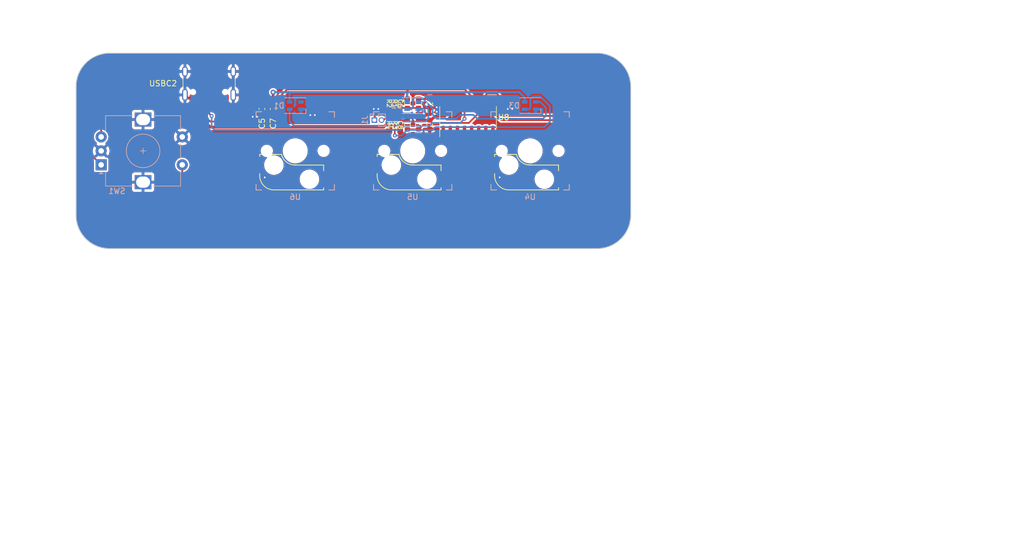
<source format=kicad_pcb>
(kicad_pcb (version 20221018) (generator pcbnew)
  (layers (0 "F.Cu" signal "Front") (31 "B.Cu" power "Back") (34 "B.Paste" user) (35 "F.Paste" user) (36 "B.SilkS" user "B.Silkscreen") (37 "F.SilkS" user "F.Silkscreen") (38 "B.Mask" user) (39 "F.Mask" user) (44 "Edge.Cuts" user))
  (net 0 "")
  (net 1 "+5V")
  (net 2 "GND")
  (net 3 "+3V3")
  (net 5 "Net-(D1-DIN)")
  (net 6 "Net-(D2-DIN)")
  (net 7 "Net-(D3-DIN)")
  (net 8 "/D+")
  (net 9 "/D-")
  (net 10 "/LED_DO")
  (net 11 "/CW")
  (net 12 "/CCW")
  (net 13 "/KEY4")
  (net 14 "/KEY1")
  (net 15 "/KEY2")
  (net 16 "/KEY3")
  (net 25 "Net-(J1-Pin_2)")
  (footprint "Resistor_SMD:R_0603_1608Metric" (layer "F.Cu") (at 159.25 112.825 90)
    (fp_text reference "R4" (at -0.025 -3.25 270 unlocked) (layer "F.SilkS") (effects (font (size 0.8 0.8))))
    (fp_text value "1k" hide)
    (fp_line (start -0.237258 -0.5225) (end 0.237258 -0.5225) (stroke (width 0.12)) (layer "F.SilkS"))
    (fp_line (start -0.237258 0.5225) (end 0.237258 0.5225) (stroke (width 0.12)) (layer "F.SilkS"))
    (pad "1" smd roundrect (at -0.825 0 90) (size 0.8 0.95) (layers "F.Cu" "F.Paste" "F.Mask") (net 10 "/LED_DO"))
    (pad "2" smd roundrect (at 0.825 0 90) (size 0.8 0.95) (layers "F.Cu" "F.Paste" "F.Mask") (net 7 "Net-(D3-DIN)"))
  )
  (footprint "Resistor_SMD:R_0603_1608Metric" (layer "F.Cu") (at 161.25 109 -90)
    (fp_text reference "R1" (at 0 4.25 -90 unlocked) (layer "F.SilkS") (effects (font (size 0.8 0.8))))
    (fp_text value "10k" hide)
    (fp_line (start -0.237258 -0.5225) (end 0.237258 -0.5225) (stroke (width 0.12)) (layer "F.SilkS"))
    (fp_line (start -0.237258 0.5225) (end 0.237258 0.5225) (stroke (width 0.12)) (layer "F.SilkS"))
    (pad "1" smd roundrect (at -0.824471 0 270) (size 0.8 0.95) (layers "F.Cu" "F.Paste" "F.Mask") (net 3 "+3V3"))
    (pad "2" smd roundrect (at 0.825 0 270) (size 0.8 0.95) (layers "F.Cu" "F.Paste" "F.Mask") (net 25 "Net-(J1-Pin_2)"))
  )
  (footprint "Package_SO:SOP-16_3.9x9.9mm_P1.27mm" (layer "F.Cu") (at 170.1 111.5 90)
    (fp_text reference "U8" (at -0.004114 6.36894 unlocked) (layer "F.SilkS"))
    (fp_text value "~" hide)
    (fp_line (start 0 -5.06) (end -3.5 -5.06) (stroke (width 0.12)) (layer "F.SilkS"))
    (fp_line (start 0 -5.06) (end 1.95 -5.06) (stroke (width 0.12)) (layer "F.SilkS"))
    (fp_line (start 0 5.06) (end -1.95 5.06) (stroke (width 0.12)) (layer "F.SilkS"))
    (fp_line (start 0 5.06) (end 1.95 5.06) (stroke (width 0.12)) (layer "F.SilkS"))
    (pad "1" smd roundrect (at -2.5 -4.445 90) (size 2 0.6) (layers "F.Cu" "F.Paste" "F.Mask"))
    (pad "2" smd roundrect (at -2.5 -3.175 90) (size 2 0.6) (layers "F.Cu" "F.Paste" "F.Mask"))
    (pad "3" smd roundrect (at -2.5 -1.905 90) (size 2 0.6) (layers "F.Cu" "F.Paste" "F.Mask"))
    (pad "4" smd roundrect (at -2.5 -0.635 90) (size 2 0.6) (layers "F.Cu" "F.Paste" "F.Mask") (net 16 "/KEY3"))
    (pad "5" smd roundrect (at -2.5 0.635 90) (size 2 0.6) (layers "F.Cu" "F.Paste" "F.Mask") (net 15 "/KEY2"))
    (pad "6" smd roundrect (at -2.5 1.905 90) (size 2 0.6) (layers "F.Cu" "F.Paste" "F.Mask"))
    (pad "7" smd roundrect (at -2.5 3.175 90) (size 2 0.6) (layers "F.Cu" "F.Paste" "F.Mask") (net 11 "/CW"))
    (pad "8" smd roundrect (at -2.5 4.445 90) (size 2 0.6) (layers "F.Cu" "F.Paste" "F.Mask") (net 12 "/CCW"))
    (pad "9" smd roundrect (at 2.5 4.445 90) (size 2 0.6) (layers "F.Cu" "F.Paste" "F.Mask") (net 14 "/KEY1"))
    (pad "10" smd roundrect (at 2.5 3.175 90) (size 2 0.6) (layers "F.Cu" "F.Paste" "F.Mask") (net 13 "/KEY4"))
    (pad "11" smd roundrect (at 2.5 1.905 90) (size 2 0.6) (layers "F.Cu" "F.Paste" "F.Mask") (net 10 "/LED_DO"))
    (pad "12" smd roundrect (at 2.5 0.635 90) (size 2 0.6) (layers "F.Cu" "F.Paste" "F.Mask") (net 8 "/D+"))
    (pad "13" smd roundrect (at 2.5 -0.635 90) (size 2 0.6) (layers "F.Cu" "F.Paste" "F.Mask") (net 9 "/D-"))
    (pad "14" smd roundrect (at 2.5 -1.905 90) (size 2 0.6) (layers "F.Cu" "F.Paste" "F.Mask") (net 2 "GND"))
    (pad "15" smd roundrect (at 2.5 -3.175 90) (size 2 0.6) (layers "F.Cu" "F.Paste" "F.Mask") (net 1 "+5V"))
    (pad "16" smd roundrect (at 2.5 -4.445 90) (size 2 0.6) (layers "F.Cu" "F.Paste" "F.Mask") (net 3 "+3V3"))
  )
  (footprint "Capacitor_SMD:C_0603_1608Metric" (layer "F.Cu") (at 135.25 110 -90)
    (fp_text reference "C7" (at 2.614571 -0.006711 90) (layer "F.SilkS"))
    (fp_text value "C_Small" hide)
    (fp_line (start -0.14058 -0.51) (end 0.14058 -0.51) (stroke (width 0.12)) (layer "F.SilkS"))
    (fp_line (start -0.14058 0.51) (end 0.14058 0.51) (stroke (width 0.12)) (layer "F.SilkS"))
    (pad "1" smd roundrect (at -0.775 0 270) (size 0.9 0.95) (layers "F.Cu" "F.Paste" "F.Mask") (net 1 "+5V"))
    (pad "2" smd roundrect (at 0.775 0 270) (size 0.9 0.95) (layers "F.Cu" "F.Paste" "F.Mask") (net 2 "GND"))
  )
  (footprint "Capacitor_SMD:C_0603_1608Metric" (layer "F.Cu") (at 133.25 110 -90)
    (fp_text reference "C5" (at 2.614571 -0.006711 90) (layer "F.SilkS"))
    (fp_text value "C_Small" hide)
    (fp_line (start -0.14058 -0.51) (end 0.14058 -0.51) (stroke (width 0.12)) (layer "F.SilkS"))
    (fp_line (start -0.14058 0.51) (end 0.14058 0.51) (stroke (width 0.12)) (layer "F.SilkS"))
    (pad "1" smd roundrect (at -0.775 0 270) (size 0.9 0.95) (layers "F.Cu" "F.Paste" "F.Mask") (net 1 "+5V"))
    (pad "2" smd roundrect (at 0.775 0 270) (size 0.9 0.95) (layers "F.Cu" "F.Paste" "F.Mask") (net 2 "GND"))
  )
  (footprint "Resistor_SMD:R_0603_1608Metric" (layer "F.Cu") (at 161.25 112.825 -90)
    (fp_text reference "R3" (at 0.025 4.25 -90 unlocked) (layer "F.SilkS") (effects (font (size 0.8 0.8))))
    (fp_text value "10k" hide)
    (fp_line (start -0.237258 -0.5225) (end 0.237258 -0.5225) (stroke (width 0.12)) (layer "F.SilkS"))
    (fp_line (start -0.237258 0.5225) (end 0.237258 0.5225) (stroke (width 0.12)) (layer "F.SilkS"))
    (pad "1" smd roundrect (at -0.824471 0 270) (size 0.8 0.95) (layers "F.Cu" "F.Paste" "F.Mask") (net 1 "+5V"))
    (pad "2" smd roundrect (at 0.825 0 270) (size 0.8 0.95) (layers "F.Cu" "F.Paste" "F.Mask") (net 10 "/LED_DO"))
  )
  (footprint "Capacitor_SMD:C_0603_1608Metric" (layer "F.Cu") (at 163.25 112.825 -90)
    (fp_text reference "C8" (at 0.025 5.25 -90 unlocked) (layer "F.SilkS") (effects (font (size 0.8 0.8))))
    (fp_text value "C_Small" hide)
    (fp_line (start -0.14058 -0.51) (end 0.14058 -0.51) (stroke (width 0.12)) (layer "F.SilkS"))
    (fp_line (start -0.14058 0.51) (end 0.14058 0.51) (stroke (width 0.12)) (layer "F.SilkS"))
    (pad "1" smd roundrect (at -0.827389 0 270) (size 0.9 0.95) (layers "F.Cu" "F.Paste" "F.Mask") (net 1 "+5V"))
    (pad "2" smd roundrect (at 0.775 0 270) (size 0.9 0.95) (layers "F.Cu" "F.Paste" "F.Mask") (net 2 "GND"))
  )
  (footprint "Capacitor_SMD:C_0603_1608Metric" (layer "F.Cu") (at 163.25 109 -90)
    (fp_text reference "C6" (at 0 5.25 -90 unlocked) (layer "F.SilkS") (effects (font (size 0.8 0.8))))
    (fp_text value "C_Small" hide)
    (fp_line (start -0.14058 -0.51) (end 0.14058 -0.51) (stroke (width 0.12)) (layer "F.SilkS"))
    (fp_line (start -0.14058 0.51) (end 0.14058 0.51) (stroke (width 0.12)) (layer "F.SilkS"))
    (pad "1" smd roundrect (at -0.828381 0 270) (size 0.9 0.95) (layers "F.Cu" "F.Paste" "F.Mask") (net 3 "+3V3"))
    (pad "2" smd roundrect (at 0.775 0 270) (size 0.9 0.95) (layers "F.Cu" "F.Paste" "F.Mask") (net 2 "GND"))
  )
  (footprint "Connector_USB:USB_C_Receptacle_GCT_USB4105-xx-A_16P_TopMnt_Horizontal" (layer "F.Cu") (at 123.8 104.369487 180)
    (fp_text reference "USBC2" (at 8.234781 -1.066602 180) (layer "F.SilkS"))
    (fp_text value "USB_C_Receptacle_USB2.0" hide)
    (fp_line (start -4.67 -0.1) (end -4.67 -1.8) (stroke (width 0.12)) (layer "F.SilkS"))
    (fp_line (start 4.67 -0.1) (end 4.67 -1.8) (stroke (width 0.12)) (layer "F.SilkS"))
    (pad "" np_thru_hole circle (at -2.89 -2.605 180) (size 0.65 0.65) (drill 0.65) (layers "F&B.Cu" "*.Mask"))
    (pad "" np_thru_hole circle (at 2.89 -2.605 180) (size 0.65 0.65) (drill 0.65) (layers "F&B.Cu" "*.Mask"))
    (pad "A1" smd roundrect (at -3.2 -3.68 180) (size 0.6 1.15) (layers "F.Cu" "F.Paste" "F.Mask") (net 2 "GND"))
    (pad "A4" smd roundrect (at -2.4 -3.68 180) (size 0.6 1.15) (layers "F.Cu" "F.Paste" "F.Mask") (net 1 "+5V"))
    (pad "A5" smd roundrect (at -1.25 -3.68 180) (size 0.3 1.15) (layers "F.Cu" "F.Paste" "F.Mask"))
    (pad "A6" smd roundrect (at -0.25 -3.68 180) (size 0.3 1.15) (layers "F.Cu" "F.Paste" "F.Mask") (net 8 "/D+"))
    (pad "A7" smd roundrect (at 0.25 -3.68 180) (size 0.3 1.15) (layers "F.Cu" "F.Paste" "F.Mask") (net 9 "/D-"))
    (pad "A8" smd roundrect (at 1.25 -3.68 180) (size 0.3 1.15) (layers "F.Cu" "F.Paste" "F.Mask"))
    (pad "A9" smd roundrect (at 2.4 -3.68 180) (size 0.6 1.15) (layers "F.Cu" "F.Paste" "F.Mask") (net 1 "+5V"))
    (pad "A12" smd roundrect (at 3.2 -3.68 180) (size 0.6 1.15) (layers "F.Cu" "F.Paste" "F.Mask") (net 2 "GND"))
    (pad "B1" smd roundrect (at 3.2 -3.68 180) (size 0.6 1.15) (layers "F.Cu" "F.Paste" "F.Mask") (net 2 "GND"))
    (pad "B4" smd roundrect (at 2.4 -3.68 180) (size 0.6 1.15) (layers "F.Cu" "F.Paste" "F.Mask") (net 1 "+5V"))
    (pad "B5" smd roundrect (at 1.75 -3.68 180) (size 0.3 1.15) (layers "F.Cu" "F.Paste" "F.Mask"))
    (pad "B6" smd roundrect (at 0.75 -3.68 180) (size 0.3 1.15) (layers "F.Cu" "F.Paste" "F.Mask") (net 8 "/D+"))
    (pad "B7" smd roundrect (at -0.75 -3.68 180) (size 0.3 1.15) (layers "F.Cu" "F.Paste" "F.Mask") (net 9 "/D-"))
    (pad "B8" smd roundrect (at -1.75 -3.68 180) (size 0.3 1.15) (layers "F.Cu" "F.Paste" "F.Mask"))
    (pad "B9" smd roundrect (at -2.4 -3.68 180) (size 0.6 1.15) (layers "F.Cu" "F.Paste" "F.Mask") (net 1 "+5V"))
    (pad "B12" smd roundrect (at -3.2 -3.68 180) (size 0.6 1.15) (layers "F.Cu" "F.Paste" "F.Mask") (net 2 "GND"))
    (pad "S1" thru_hole oval (at -4.32 -3.105 180) (size 1 2.1) (drill oval 0.6 1.7) (layers "*.Cu" "*.Mask" "F.Paste") (net 2 "GND"))
    (pad "S1" thru_hole oval (at -4.32 1.075 180) (size 1 1.8) (drill oval 0.6 1.4) (layers "*.Cu" "*.Mask" "F.Paste") (net 2 "GND"))
    (pad "S1" thru_hole oval (at 4.32 -3.105 180) (size 1 2.1) (drill oval 0.6 1.7) (layers "*.Cu" "*.Mask" "F.Paste") (net 2 "GND"))
    (pad "S1" thru_hole oval (at 4.32 1.075 180) (size 1 1.8) (drill oval 0.6 1.4) (layers "*.Cu" "*.Mask" "F.Paste") (net 2 "GND"))
  )
  (footprint "Resistor_SMD:R_0603_1608Metric" (layer "F.Cu") (at 159.25 109 90)
    (fp_text reference "R2" (at 0 -3.25 270 unlocked) (layer "F.SilkS") (effects (font (size 0.8 0.8))))
    (fp_text value "0" hide)
    (fp_line (start -0.237258 -0.5225) (end 0.237258 -0.5225) (stroke (width 0.12)) (layer "F.SilkS"))
    (fp_line (start -0.237258 0.5225) (end 0.237258 0.5225) (stroke (width 0.12)) (layer "F.SilkS"))
    (pad "1" smd roundrect (at -0.825 0 90) (size 0.8 0.95) (layers "F.Cu" "F.Paste" "F.Mask") (net 25 "Net-(J1-Pin_2)"))
    (pad "2" smd roundrect (at 0.825 0 90) (size 0.8 0.95) (layers "F.Cu" "F.Paste" "F.Mask") (net 8 "/D+"))
  )
  (footprint "keyswitches:Kailh_socket_MX" (layer "B.Cu") (at 160.2 117.5)
    (fp_text reference "U5" (at 0 8.255) (layer "B.SilkS") (effects (justify mirror)))
    (fp_text value "Kailh_socket_MX" hide)
    (fp_line (start -7 -7) (end -7 -6) (stroke (width 0.15)) (layer "B.SilkS"))
    (fp_line (start -7 -7) (end -6 -7) (stroke (width 0.15)) (layer "B.SilkS"))
    (fp_line (start -7 6) (end -7 7) (stroke (width 0.15)) (layer "B.SilkS"))
    (fp_line (start -6 7) (end -7 7) (stroke (width 0.15)) (layer "B.SilkS"))
    (fp_line (start 6 -7) (end 7 -7) (stroke (width 0.15)) (layer "B.SilkS"))
    (fp_line (start 7 -6) (end 7 -7) (stroke (width 0.15)) (layer "B.SilkS"))
    (fp_line (start 7 7) (end 6 7) (stroke (width 0.15)) (layer "B.SilkS"))
    (fp_line (start 7 7) (end 7 6) (stroke (width 0.15)) (layer "B.SilkS"))
    (fp_line (start -6.35 1.016) (end -6.35 0.635) (stroke (width 0.15)) (layer "F.SilkS"))
    (fp_line (start -6.35 4.445) (end -6.35 4.064) (stroke (width 0.15)) (layer "F.SilkS"))
    (fp_line (start -5.969 0.635) (end -6.35 0.635) (stroke (width 0.15)) (layer "F.SilkS"))
    (fp_line (start -3.81 6.985) (end 5.08 6.985) (stroke (width 0.15)) (layer "F.SilkS"))
    (fp_line (start -2.464162 0.635) (end -4.191 0.635) (stroke (width 0.15)) (layer "F.SilkS"))
    (fp_line (start 5.08 2.54) (end 0 2.54) (stroke (width 0.15)) (layer "F.SilkS"))
    (fp_line (start 5.08 3.556) (end 5.08 2.54) (stroke (width 0.15)) (layer "F.SilkS"))
    (fp_line (start 5.08 6.985) (end 5.08 6.604) (stroke (width 0.15)) (layer "F.SilkS"))
    (fp_arc (start -3.81 6.985) (mid -5.606051 6.241051) (end -6.35 4.445) (stroke (width 0.15)) (layer "F.SilkS"))
    (fp_arc (start 0 2.54) (mid -1.563147 2.002042) (end -2.464162 0.61604) (stroke (width 0.15)) (layer "F.SilkS"))
    (pad "" np_thru_hole circle (at -5.08 0) (size 1.7018 1.7018) (drill 1.7018) (layers "*.Cu" "*.Mask"))
    (pad "" np_thru_hole circle (at -3.81 2.54) (size 3 3) (drill 3) (layers "*.Cu" "*.Mask"))
    (pad "" np_thru_hole circle (at 0 0) (size 3.9878 3.9878) (drill 3.9878) (layers "*.Cu" "*.Mask"))
    (pad "" np_thru_hole circle (at 2.54 5.08) (size 3 3) (drill 3) (layers "*.Cu" "*.Mask"))
    (pad "" np_thru_hole circle (at 5.08 0) (size 1.7018 1.7018) (drill 1.7018) (layers "*.Cu" "*.Mask"))
    (pad "1" smd rect (at 6.29 5.08) (size 2.55 2.5) (layers "F.Cu" "F.Paste" "F.Mask") (net 15 "/KEY2"))
    (pad "2" smd rect (at -7.56 2.54) (size 2.55 2.5) (layers "F.Cu" "F.Paste" "F.Mask") (net 2 "GND"))
  )
  (footprint "keyswitches:Kailh_socket_MX" (layer "B.Cu") (at 139.2 117.5)
    (fp_text reference "U6" (at 0 8.255) (layer "B.SilkS") (effects (justify mirror)))
    (fp_text value "Kailh_socket_MX" hide)
    (fp_line (start -7 -7) (end -7 -6) (stroke (width 0.15)) (layer "B.SilkS"))
    (fp_line (start -7 -7) (end -6 -7) (stroke (width 0.15)) (layer "B.SilkS"))
    (fp_line (start -7 6) (end -7 7) (stroke (width 0.15)) (layer "B.SilkS"))
    (fp_line (start -6 7) (end -7 7) (stroke (width 0.15)) (layer "B.SilkS"))
    (fp_line (start 6 -7) (end 7 -7) (stroke (width 0.15)) (layer "B.SilkS"))
    (fp_line (start 7 -6) (end 7 -7) (stroke (width 0.15)) (layer "B.SilkS"))
    (fp_line (start 7 7) (end 6 7) (stroke (width 0.15)) (layer "B.SilkS"))
    (fp_line (start 7 7) (end 7 6) (stroke (width 0.15)) (layer "B.SilkS"))
    (fp_line (start -6.35 1.016) (end -6.35 0.635) (stroke (width 0.15)) (layer "F.SilkS"))
    (fp_line (start -6.35 4.445) (end -6.35 4.064) (stroke (width 0.15)) (layer "F.SilkS"))
    (fp_line (start -5.969 0.635) (end -6.35 0.635) (stroke (width 0.15)) (layer "F.SilkS"))
    (fp_line (start -3.81 6.985) (end 5.08 6.985) (stroke (width 0.15)) (layer "F.SilkS"))
    (fp_line (start -2.464162 0.635) (end -4.191 0.635) (stroke (width 0.15)) (layer "F.SilkS"))
    (fp_line (start 5.08 2.54) (end 0 2.54) (stroke (width 0.15)) (layer "F.SilkS"))
    (fp_line (start 5.08 3.556) (end 5.08 2.54) (stroke (width 0.15)) (layer "F.SilkS"))
    (fp_line (start 5.08 6.985) (end 5.08 6.604) (stroke (width 0.15)) (layer "F.SilkS"))
    (fp_arc (start -3.81 6.985) (mid -5.606051 6.241051) (end -6.35 4.445) (stroke (width 0.15)) (layer "F.SilkS"))
    (fp_arc (start 0 2.54) (mid -1.563147 2.002042) (end -2.464162 0.61604) (stroke (width 0.15)) (layer "F.SilkS"))
    (pad "" np_thru_hole circle (at -5.08 0) (size 1.7018 1.7018) (drill 1.7018) (layers "*.Cu" "*.Mask"))
    (pad "" np_thru_hole circle (at -3.81 2.54) (size 3 3) (drill 3) (layers "*.Cu" "*.Mask"))
    (pad "" np_thru_hole circle (at 0 0) (size 3.9878 3.9878) (drill 3.9878) (layers "*.Cu" "*.Mask"))
    (pad "" np_thru_hole circle (at 2.54 5.08) (size 3 3) (drill 3) (layers "*.Cu" "*.Mask"))
    (pad "" np_thru_hole circle (at 5.08 0) (size 1.7018 1.7018) (drill 1.7018) (layers "*.Cu" "*.Mask"))
    (pad "1" smd rect (at 6.29 5.08) (size 2.55 2.5) (layers "F.Cu" "F.Paste" "F.Mask") (net 16 "/KEY3"))
    (pad "2" smd rect (at -7.56 2.54) (size 2.55 2.5) (layers "F.Cu" "F.Paste" "F.Mask") (net 2 "GND"))
  )
  (footprint "LED_SMD:LED_SK6805_PLCC4_2.4x2.7mm_P1.3mm" (layer "B.Cu") (at 139.2 109.4 180)
    (fp_text reference "D1" (at 2.918866 -0.010329) (layer "B.SilkS") (effects (justify mirror)))
    (fp_text value "SK6805" hide)
    (fp_line (start -1.9 -1.4) (end -1.9 -0.65) (stroke (width 0.12)) (layer "B.SilkS"))
    (fp_line (start -1.9 -1.4) (end 1.9 -1.4) (stroke (width 0.12)) (layer "B.SilkS"))
    (fp_line (start -1.9 1.4) (end 1.9 1.4) (stroke (width 0.12)) (layer "B.SilkS"))
    (pad "1" smd rect (at -1 0.65 180) (size 1 0.6) (layers "B.Cu" "B.Paste" "B.Mask"))
    (pad "2" smd rect (at -1 -0.65 180) (size 1 0.6) (layers "B.Cu" "B.Paste" "B.Mask") (net 2 "GND"))
    (pad "3" smd rect (at 1 -0.65 180) (size 1 0.6) (layers "B.Cu" "B.Paste" "B.Mask") (net 5 "Net-(D1-DIN)"))
    (pad "4" smd rect (at 1 0.65 180) (size 1 0.6) (layers "B.Cu" "B.Paste" "B.Mask") (net 1 "+5V"))
  )
  (footprint "Rotary_Encoder:RotaryEncoder_Alps_EC12E-Switch_Vertical_H20mm" (layer "B.Cu") (at 104.5 120)
    (fp_text reference "SW1" (at 2.8 4.7) (layer "B.SilkS") (effects (justify mirror)))
    (fp_text value "RotaryEncoder_Switch" hide)
    (fp_line (start -0.3 1.6) (end 0.3 1.6) (stroke (width 0.12)) (layer "B.SilkS"))
    (fp_line (start 0 1.3) (end -0.3 1.6) (stroke (width 0.12)) (layer "B.SilkS"))
    (fp_line (start 0.3 1.6) (end 0 1.3) (stroke (width 0.12)) (layer "B.SilkS"))
    (fp_line (start 0.8 -8.8) (end 0.8 -6) (stroke (width 0.12)) (layer "B.SilkS"))
    (fp_line (start 0.8 3.8) (end 0.8 1.3) (stroke (width 0.12)) (layer "B.SilkS"))
    (fp_line (start 5.6 3.8) (end 0.8 3.8) (stroke (width 0.12)) (layer "B.SilkS"))
    (fp_line (start 5.7 -8.8) (end 0.8 -8.8) (stroke (width 0.12)) (layer "B.SilkS"))
    (fp_line (start 7 -2.5) (end 8 -2.5) (stroke (width 0.12)) (layer "B.SilkS"))
    (fp_line (start 7.5 -2) (end 7.5 -3) (stroke (width 0.12)) (layer "B.SilkS"))
    (fp_line (start 9.3 3.8) (end 14.2 3.8) (stroke (width 0.12)) (layer "B.SilkS"))
    (fp_line (start 14.2 -8.8) (end 9.3 -8.8) (stroke (width 0.12)) (layer "B.SilkS"))
    (fp_line (start 14.2 -6.2) (end 14.2 -8.8) (stroke (width 0.12)) (layer "B.SilkS"))
    (fp_line (start 14.2 -1.2) (end 14.2 -3.8) (stroke (width 0.12)) (layer "B.SilkS"))
    (fp_line (start 14.2 3.8) (end 14.2 1.2) (stroke (width 0.12)) (layer "B.SilkS"))
    (fp_circle (center 7.5 -2.5) (end 10.5 -2.5) (stroke (width 0.12)) (fill none) (layer "B.SilkS"))
    (pad "A" thru_hole rect (at 0 0) (size 2 2) (drill 1) (layers "*.Cu" "*.Mask") (net 11 "/CW"))
    (pad "B" thru_hole circle (at 0 -5) (size 2 2) (drill 1) (layers "*.Cu" "*.Mask") (net 12 "/CCW"))
    (pad "C" thru_hole circle (at 0 -2.5) (size 2 2) (drill 1) (layers "*.Cu" "*.Mask") (net 2 "GND"))
    (pad "MP" thru_hole rect (at 7.5 -8.1) (size 3 2.5) (drill oval 2.5 2) (layers "*.Cu" "*.Mask") (net 2 "GND"))
    (pad "MP" thru_hole rect (at 7.5 3.1) (size 3 2.5) (drill oval 2.5 2) (layers "*.Cu" "*.Mask") (net 2 "GND"))
    (pad "S1" thru_hole circle (at 14.5 0) (size 2 2) (drill 1) (layers "*.Cu" "*.Mask") (net 13 "/KEY4"))
    (pad "S2" thru_hole circle (at 14.5 -5) (size 2 2) (drill 1) (layers "*.Cu" "*.Mask") (net 2 "GND"))
  )
  (footprint "keyswitches:Kailh_socket_MX" (layer "B.Cu") (at 181.2 117.5)
    (fp_text reference "U4" (at 0 8.255) (layer "B.SilkS") (effects (justify mirror)))
    (fp_text value "Kailh_socket_MX" hide)
    (fp_line (start -7 -7) (end -7 -6) (stroke (width 0.15)) (layer "B.SilkS"))
    (fp_line (start -7 -7) (end -6 -7) (stroke (width 0.15)) (layer "B.SilkS"))
    (fp_line (start -7 6) (end -7 7) (stroke (width 0.15)) (layer "B.SilkS"))
    (fp_line (start -6 7) (end -7 7) (stroke (width 0.15)) (layer "B.SilkS"))
    (fp_line (start 6 -7) (end 7 -7) (stroke (width 0.15)) (layer "B.SilkS"))
    (fp_line (start 7 -6) (end 7 -7) (stroke (width 0.15)) (layer "B.SilkS"))
    (fp_line (start 7 7) (end 6 7) (stroke (width 0.15)) (layer "B.SilkS"))
    (fp_line (start 7 7) (end 7 6) (stroke (width 0.15)) (layer "B.SilkS"))
    (fp_line (start -6.35 1.016) (end -6.35 0.635) (stroke (width 0.15)) (layer "F.SilkS"))
    (fp_line (start -6.35 4.445) (end -6.35 4.064) (stroke (width 0.15)) (layer "F.SilkS"))
    (fp_line (start -5.969 0.635) (end -6.35 0.635) (stroke (width 0.15)) (layer "F.SilkS"))
    (fp_line (start -3.81 6.985) (end 5.08 6.985) (stroke (width 0.15)) (layer "F.SilkS"))
    (fp_line (start -2.464162 0.635) (end -4.191 0.635) (stroke (width 0.15)) (layer "F.SilkS"))
    (fp_line (start 5.08 2.54) (end 0 2.54) (stroke (width 0.15)) (layer "F.SilkS"))
    (fp_line (start 5.08 3.556) (end 5.08 2.54) (stroke (width 0.15)) (layer "F.SilkS"))
    (fp_line (start 5.08 6.985) (end 5.08 6.604) (stroke (width 0.15)) (layer "F.SilkS"))
    (fp_arc (start -3.81 6.985) (mid -5.606051 6.241051) (end -6.35 4.445) (stroke (width 0.15)) (layer "F.SilkS"))
    (fp_arc (start 0 2.54) (mid -1.563147 2.002042) (end -2.464162 0.61604) (stroke (width 0.15)) (layer "F.SilkS"))
    (pad "" np_thru_hole circle (at -5.08 0) (size 1.7018 1.7018) (drill 1.7018) (layers "*.Cu" "*.Mask"))
    (pad "" np_thru_hole circle (at -3.81 2.54) (size 3 3) (drill 3) (layers "*.Cu" "*.Mask"))
    (pad "" np_thru_hole circle (at 0 0) (size 3.9878 3.9878) (drill 3.9878) (layers "*.Cu" "*.Mask"))
    (pad "" np_thru_hole circle (at 2.54 5.08) (size 3 3) (drill 3) (layers "*.Cu" "*.Mask"))
    (pad "" np_thru_hole circle (at 5.08 0) (size 1.7018 1.7018) (drill 1.7018) (layers "*.Cu" "*.Mask"))
    (pad "1" smd rect (at 6.29 5.08) (size 2.55 2.5) (layers "F.Cu" "F.Paste" "F.Mask") (net 14 "/KEY1"))
    (pad "2" smd rect (at -7.56 2.54) (size 2.55 2.5) (layers "F.Cu" "F.Paste" "F.Mask") (net 2 "GND"))
  )
  (footprint "Connector_PinHeader_1.27mm:PinHeader_1x02_P1.27mm_Vertical" (layer "B.Cu") (at 153.35 112 -90)
    (fp_text reference "J1" (at 0 1.695 90) (layer "B.SilkS") (effects (justify mirror)))
    (fp_text value "Conn_01x02")
    (fp_line (start -1.11 -1.965) (end -0.30753 -1.965) (stroke (width 0.12)) (layer "B.SilkS"))
    (fp_line (start -1.11 -0.76) (end -1.11 -1.965) (stroke (width 0.12)) (layer "B.SilkS"))
    (fp_line (start -1.11 -0.76) (end -0.563471 -0.76) (stroke (width 0.12)) (layer "B.SilkS"))
    (fp_line (start -1.11 0) (end -1.11 0.76) (stroke (width 0.12)) (layer "B.SilkS"))
    (fp_line (start -1.11 0.76) (end 0 0.76) (stroke (width 0.12)) (layer "B.SilkS"))
    (fp_line (start 0.30753 -1.965) (end 1.11 -1.965) (stroke (width 0.12)) (layer "B.SilkS"))
    (fp_line (start 0.563471 -0.76) (end 1.11 -0.76) (stroke (width 0.12)) (layer "B.SilkS"))
    (fp_line (start 1.11 -0.76) (end 1.11 -1.965) (stroke (width 0.12)) (layer "B.SilkS"))
    (pad "1" thru_hole rect (at 0 0 270) (size 1 1) (drill 0.65) (layers "*.Cu" "*.Mask") (net 8 "/D+"))
    (pad "2" thru_hole oval (at 0 -1.27 270) (size 1 1) (drill 0.65) (layers "*.Cu" "*.Mask") (net 25 "Net-(J1-Pin_2)"))
  )
  (footprint "LED_SMD:LED_SK6805_PLCC4_2.4x2.7mm_P1.3mm" (layer "B.Cu") (at 160.2 109.4 180)
    (fp_text reference "D2" (at 2.897676 -0.010329) (layer "B.SilkS") (effects (justify mirror)))
    (fp_text value "SK6805" hide)
    (fp_line (start -1.9 -1.4) (end -1.9 -0.65) (stroke (width 0.12)) (layer "B.SilkS"))
    (fp_line (start -1.9 -1.4) (end 1.9 -1.4) (stroke (width 0.12)) (layer "B.SilkS"))
    (fp_line (start -1.9 1.4) (end 1.9 1.4) (stroke (width 0.12)) (layer "B.SilkS"))
    (pad "1" smd rect (at -1 0.65 180) (size 1 0.6) (layers "B.Cu" "B.Paste" "B.Mask") (net 5 "Net-(D1-DIN)"))
    (pad "2" smd rect (at -1 -0.65 180) (size 1 0.6) (layers "B.Cu" "B.Paste" "B.Mask") (net 2 "GND"))
    (pad "3" smd rect (at 1 -0.65 180) (size 1 0.6) (layers "B.Cu" "B.Paste" "B.Mask") (net 6 "Net-(D2-DIN)"))
    (pad "4" smd rect (at 1 0.65 180) (size 1 0.6) (layers "B.Cu" "B.Paste" "B.Mask") (net 1 "+5V"))
  )
  (footprint "LED_SMD:LED_SK6805_PLCC4_2.4x2.7mm_P1.3mm" (layer "B.Cu") (at 181.2 109.4 180)
    (fp_text reference "D3" (at 2.848941 -0.010329) (layer "B.SilkS") (effects (justify mirror)))
    (fp_text value "SK6805" hide)
    (fp_line (start -1.9 -1.4) (end -1.9 -0.65) (stroke (width 0.12)) (layer "B.SilkS"))
    (fp_line (start -1.9 -1.4) (end 1.9 -1.4) (stroke (width 0.12)) (layer "B.SilkS"))
    (fp_line (start -1.9 1.4) (end 1.9 1.4) (stroke (width 0.12)) (layer "B.SilkS"))
    (pad "1" smd rect (at -1 0.65 180) (size 1 0.6) (layers "B.Cu" "B.Paste" "B.Mask") (net 6 "Net-(D2-DIN)"))
    (pad "2" smd rect (at -1 -0.65 180) (size 1 0.6) (layers "B.Cu" "B.Paste" "B.Mask") (net 2 "GND"))
    (pad "3" smd rect (at 1 -0.65 180) (size 1 0.6) (layers "B.Cu" "B.Paste" "B.Mask") (net 7 "Net-(D3-DIN)"))
    (pad "4" smd rect (at 1 0.65 180) (size 1 0.6) (layers "B.Cu" "B.Paste" "B.Mask") (net 1 "+5V"))
  )
  (gr_arc (start 193.2 100) (mid 197.442641 101.757359) (end 199.2 106) (stroke (width 0.15)) (layer "Edge.Cuts"))
  (gr_line (start 100 106) (end 100 129) (stroke (width 0.15)) (layer "Edge.Cuts"))
  (gr_arc (start 106 135) (mid 101.757359 133.242641) (end 100 129) (stroke (width 0.15)) (layer "Edge.Cuts"))
  (gr_arc (start 199.2 129) (mid 197.442641 133.242641) (end 193.2 135) (stroke (width 0.15)) (layer "Edge.Cuts"))
  (gr_arc (start 100 106) (mid 101.757359 101.757359) (end 106 100) (stroke (width 0.15)) (layer "Edge.Cuts"))
  (gr_line (start 199.2 106) (end 199.2 129) (stroke (width 0.15)) (layer "Edge.Cuts"))
  (gr_line (start 193.2 135) (end 106 135) (stroke (width 0.15)) (layer "Edge.Cuts"))
  (gr_line (start 193.2 100) (end 106 100) (stroke (width 0.15)) (layer "Edge.Cuts"))
  (segment (start 165.95 111.3) (end 166.925 110.325) (width 0.5) (layer "F.Cu") (net 1))
  (segment (start 163.247082 112.000529) (end 163.25 111.997611) (width 0.4) (layer "F.Cu") (net 1))
  (segment (start 164.2 111.3) (end 165.95 111.3) (width 0.5) (layer "F.Cu") (net 1))
  (segment (start 163.502389 111.997611) (end 164.2 111.3) (width 0.5) (layer "F.Cu") (net 1))
  (segment (start 126.7 110.7) (end 130.8 110.7) (width 0.5) (layer "F.Cu") (net 1))
  (segment (start 126.2 108.049487) (end 126.2 110.2) (width 0.5) (layer "F.Cu") (net 1))
  (segment (start 122.25 110.25) (end 122.25 111.5) (width 0.5) (layer "F.Cu") (net 1))
  (segment (start 157.25 111) (end 160.249471 111) (width 0.5) (layer "F.Cu") (net 1))
  (segment (start 121.4 109.4) (end 122.25 110.25) (width 0.5) (layer "F.Cu") (net 1))
  (segment (start 155 113.25) (end 157.25 111) (width 0.5) (layer "F.Cu") (net 1))
  (segment (start 130.8 110.7) (end 132.275 109.225) (width 0.5) (layer "F.Cu") (net 1))
  (segment (start 160.249471 111) (end 161.25 112.000529) (width 0.5) (layer "F.Cu") (net 1))
  (segment (start 121.4 108.049487) (end 121.4 109.4) (width 0.5) (layer "F.Cu") (net 1))
  (segment (start 161.25 112.000529) (end 163.247082 112.000529) (width 0.5) (layer "F.Cu") (net 1))
  (segment (start 163.25 111.997611) (end 163.502389 111.997611) (width 0.5) (layer "F.Cu") (net 1))
  (segment (start 166.925 110.325) (end 166.925 109) (width 0.5) (layer "F.Cu") (net 1))
  (segment (start 122.25 111.5) (end 124 113.25) (width 0.5) (layer "F.Cu") (net 1))
  (segment (start 124 113.25) (end 155 113.25) (width 0.5) (layer "F.Cu") (net 1))
  (segment (start 132.275 109.225) (end 133.25 109.225) (width 0.5) (layer "F.Cu") (net 1))
  (segment (start 126.2 110.2) (end 126.7 110.7) (width 0.5) (layer "F.Cu") (net 1))
  (segment (start 135.25 109.225) (end 135.25 107) (width 0.5) (layer "F.Cu") (net 1))
  (segment (start 133.25 109.225) (end 135.25 109.225) (width 0.5) (layer "F.Cu") (net 1))
  (via micro (at 135.25 107) (size 0.9) (drill 0.4) (layers "F.Cu" "B.Cu") (net 1))
  (segment (start 135.25 107) (end 138 107) (width 0.4) (layer "B.Cu") (net 1))
  (segment (start 180.2 107.95) (end 180.2 108.75) (width 0.4) (layer "B.Cu") (net 1))
  (segment (start 159 107) (end 159.2 107.2) (width 0.4) (layer "B.Cu") (net 1))
  (segment (start 179.25 107) (end 180.2 107.95) (width 0.4) (layer "B.Cu") (net 1))
  (segment (start 138 107) (end 138.2 107.2) (width 0.4) (layer "B.Cu") (net 1))
  (segment (start 138.2 107.2) (end 138.2 108.75) (width 0.4) (layer "B.Cu") (net 1))
  (segment (start 159 107) (end 179.25 107) (width 0.4) (layer "B.Cu") (net 1))
  (segment (start 159.2 107.2) (end 159.2 108.75) (width 0.4) (layer "B.Cu") (net 1))
  (segment (start 138 107) (end 159 107) (width 0.4) (layer "B.Cu") (net 1))
  (via micro (at 164.5 109.7) (size 0.7) (drill 0.3) (layers "F.Cu" "B.Cu") (net 2))
  (via micro (at 164.5 110.5) (size 0.7) (drill 0.3) (layers "F.Cu" "B.Cu") (net 2))
  (via micro (at 141.9 111.1) (size 0.7) (drill 0.3) (layers "F.Cu" "B.Cu") (net 2))
  (via micro (at 162.218128 110.832372) (size 0.7) (drill 0.3) (layers "F.Cu" "B.Cu") (net 2))
  (via micro (at 153.25 110) (size 0.7) (drill 0.3) (layers "F.Cu" "B.Cu") (net 2))
  (via micro (at 178 110) (size 0.7) (drill 0.3) (layers "F.Cu" "B.Cu") (net 2))
  (via micro (at 132.4 111.4) (size 0.7) (drill 0.3) (layers "F.Cu" "B.Cu") (net 2))
  (via micro (at 175.75 122.25) (size 0.7) (drill 0.3) (layers "F.Cu" "B.Cu") (net 2))
  (via micro (at 154.05 110) (size 0.7) (drill 0.3) (layers "F.Cu" "B.Cu") (net 2))
  (via micro (at 142.7 111.1) (size 0.7) (drill 0.3) (layers "F.Cu" "B.Cu") (net 2))
  (via micro (at 177.2 110) (size 0.7) (drill 0.3) (layers "F.Cu" "B.Cu") (net 2))
  (via micro (at 131.6 111.4) (size 0.7) (drill 0.3) (layers "F.Cu" "B.Cu") (net 2))
  (via micro (at 133.75 122.25) (size 0.7) (drill 0.3) (layers "F.Cu" "B.Cu") (net 2))
  (segment (start 163.24609 108.175529) (end 163.25 108.171619) (width 0.4) (layer "F.Cu") (net 3))
  (segment (start 164.171619 108.171619) (end 163.25 108.171619) (width 0.4) (layer "F.Cu") (net 3))
  (segment (start 165.655 109) (end 165 109) (width 0.4) (layer "F.Cu") (net 3))
  (segment (start 165 109) (end 164.171619 108.171619) (width 0.4) (layer "F.Cu") (net 3))
  (segment (start 161.25 108.175529) (end 163.24609 108.175529) (width 0.4) (layer "F.Cu") (net 3))
  (segment (start 162.5 112.25) (end 163 111.75) (width 0.3) (layer "B.Cu") (net 5))
  (segment (start 163 110) (end 161.75 108.75) (width 0.3) (layer "B.Cu") (net 5))
  (segment (start 161.75 108.75) (end 161.2 108.75) (width 0.3) (layer "B.Cu") (net 5))
  (segment (start 157.5 113) (end 158.25 112.25) (width 0.3) (layer "B.Cu") (net 5))
  (segment (start 163 111.75) (end 163 110) (width 0.3) (layer "B.Cu") (net 5))
  (segment (start 138.2 110.05) (end 138.2 112.2) (width 0.3) (layer "B.Cu") (net 5))
  (segment (start 139 113) (end 157.5 113) (width 0.3) (layer "B.Cu") (net 5))
  (segment (start 138.2 112.2) (end 139 113) (width 0.3) (layer "B.Cu") (net 5))
  (segment (start 158.25 112.25) (end 162.5 112.25) (width 0.3) (layer "B.Cu") (net 5))
  (segment (start 159.95 110.05) (end 160.25 109.75) (width 0.3) (layer "B.Cu") (net 6))
  (segment (start 171.05 111.05) (end 171.75 111.75) (width 0.3) (layer "B.Cu") (net 6))
  (segment (start 163.75 111) (end 164.5 111.75) (width 0.3) (layer "B.Cu") (net 6))
  (segment (start 161.848744 108) (end 163.75 109.901256) (width 0.3) (layer "B.Cu") (net 6))
  (segment (start 184 111.25) (end 184 109.75) (width 0.3) (layer "B.Cu") (net 6))
  (segment (start 184 109.75) (end 183 108.75) (width 0.3) (layer "B.Cu") (net 6))
  (segment (start 163.75 109.901256) (end 163.75 111) (width 0.3) (layer "B.Cu") (net 6))
  (segment (start 159.2 110.05) (end 159.95 110.05) (width 0.3) (layer "B.Cu") (net 6))
  (segment (start 168.7 111.05) (end 171.05 111.05) (width 0.3) (layer "B.Cu") (net 6))
  (segment (start 183.5 111.75) (end 184 111.25) (width 0.3) (layer "B.Cu") (net 6))
  (segment (start 171.75 111.75) (end 183.5 111.75) (width 0.3) (layer "B.Cu") (net 6))
  (segment (start 160.25 109.75) (end 160.25 108.25) (width 0.3) (layer "B.Cu") (net 6))
  (segment (start 183 108.75) (end 182.2 108.75) (width 0.3) (layer "B.Cu") (net 6))
  (segment (start 164.5 111.75) (end 168 111.75) (width 0.3) (layer "B.Cu") (net 6))
  (segment (start 160.5 108) (end 161.848744 108) (width 0.3) (layer "B.Cu") (net 6))
  (segment (start 168 111.75) (end 168.7 111.05) (width 0.3) (layer "B.Cu") (net 6))
  (segment (start 160.25 108.25) (end 160.5 108) (width 0.3) (layer "B.Cu") (net 6))
  (segment (start 157 114.75) (end 157 112.5) (width 0.3) (layer "F.Cu") (net 7))
  (segment (start 157.5 112) (end 159.25 112) (width 0.3) (layer "F.Cu") (net 7))
  (segment (start 157 112.5) (end 157.5 112) (width 0.3) (layer "F.Cu") (net 7))
  (via micro (at 157 114.75) (size 0.7) (drill 0.3) (layers "F.Cu" "B.Cu") (net 7))
  (segment (start 181 110.05) (end 180.2 110.05) (width 0.3) (layer "B.Cu") (net 7))
  (segment (start 164.25 113.25) (end 183.75 113.25) (width 0.3) (layer "B.Cu") (net 7))
  (segment (start 163.75 113.75) (end 164.25 113.25) (width 0.3) (layer "B.Cu") (net 7))
  (segment (start 157 114.75) (end 158.25 114.75) (width 0.3) (layer "B.Cu") (net 7))
  (segment (start 183.75 113.25) (end 184.75 112.25) (width 0.3) (layer "B.Cu") (net 7))
  (segment (start 181.7 107.75) (end 181.25 108.2) (width 0.3) (layer "B.Cu") (net 7))
  (segment (start 184.75 112.25) (end 184.75 109.5) (width 0.3) (layer "B.Cu") (net 7))
  (segment (start 183 107.75) (end 181.7 107.75) (width 0.3) (layer "B.Cu") (net 7))
  (segment (start 159.25 113.75) (end 163.75 113.75) (width 0.3) (layer "B.Cu") (net 7))
  (segment (start 158.25 114.75) (end 159.25 113.75) (width 0.3) (layer "B.Cu") (net 7))
  (segment (start 184.75 109.5) (end 183 107.75) (width 0.3) (layer "B.Cu") (net 7))
  (segment (start 181.25 108.2) (end 181.25 109.8) (width 0.3) (layer "B.Cu") (net 7))
  (segment (start 181.25 109.8) (end 181 110.05) (width 0.3) (layer "B.Cu") (net 7))
  (segment (start 153.35 111.4) (end 153.35 112) (width 0.3) (layer "F.Cu") (net 8))
  (segment (start 136.5 107.75) (end 136.5 111.5) (width 0.3) (layer "F.Cu") (net 8))
  (segment (start 159.25 106.75) (end 159.5 106.5) (width 0.3) (layer "F.Cu") (net 8))
  (segment (start 124.05 107.262243) (end 124.05 108.049487) (width 0.3) (layer "F.Cu") (net 8))
  (segment (start 123.25 107) (end 123.787757 107) (width 0.3) (layer "F.Cu") (net 8))
  (segment (start 157.95 108.175) (end 155.125 111) (width 0.3) (layer "F.Cu") (net 8))
  (segment (start 135.75 112.25) (end 124 112.25) (width 0.3) (layer "F.Cu") (net 8))
  (segment (start 153.75 111) (end 153.35 111.4) (width 0.3) (layer "F.Cu") (net 8))
  (segment (start 169.5 106.5) (end 170.735 107.735) (width 0.3) (layer "F.Cu") (net 8))
  (segment (start 123.05 108.049487) (end 123.05 107.2) (width 0.3) (layer "F.Cu") (net 8))
  (segment (start 153.5 111.95) (end 153.35 112.1) (width 0.2) (layer "F.Cu") (net 8))
  (segment (start 159.5 106.5) (end 160.25 106.5) (width 0.3) (layer "F.Cu") (net 8))
  (segment (start 124 112.25) (end 123.05 111.3) (width 0.3) (layer "F.Cu") (net 8))
  (segment (start 160.25 106.5) (end 137.75 106.5) (width 0.3) (layer "F.Cu") (net 8))
  (segment (start 123.05 111.3) (end 123.05 108.049487) (width 0.3) (layer "F.Cu") (net 8))
  (segment (start 123.787757 107) (end 124.05 107.262243) (width 0.3) (layer "F.Cu") (net 8))
  (segment (start 160.25 106.5) (end 169.5 106.5) (width 0.3) (layer "F.Cu") (net 8))
  (segment (start 170.735 107.735) (end 170.735 109) (width 0.3) (layer "F.Cu") (net 8))
  (segment (start 136.5 111.5) (end 135.75 112.25) (width 0.3) (layer "F.Cu") (net 8))
  (segment (start 159.25 108.175) (end 157.95 108.175) (width 0.3) (layer "F.Cu") (net 8))
  (segment (start 123.05 107.2) (end 123.25 107) (width 0.3) (layer "F.Cu") (net 8))
  (segment (start 137.75 106.5) (end 136.5 107.75) (width 0.3) (layer "F.Cu") (net 8))
  (segment (start 155.125 111) (end 153.75 111) (width 0.3) (layer "F.Cu") (net 8))
  (segment (start 159.25 108.175) (end 159.25 106.75) (width 0.3) (layer "F.Cu") (net 8))
  (segment (start 169.465 111.7495) (end 169.465 109) (width 0.3) (layer "F.Cu") (net 9))
  (segment (start 124.55 108.95) (end 124.25 109.25) (width 0.3) (layer "F.Cu") (net 9))
  (segment (start 123.55 109.25) (end 123.55 108.319131) (width 0.3) (layer "F.Cu") (net 9))
  (segment (start 123.55 108.319131) (end 123.55 108.049487) (width 0.3) (layer "F.Cu") (net 9))
  (segment (start 123.55 110.55) (end 123.55 109.25) (width 0.3) (layer "F.Cu") (net 9))
  (segment (start 124.25 109.25) (end 123.55 109.25) (width 0.3) (layer "F.Cu") (net 9))
  (segment (start 124.25 111.25) (end 123.55 110.55) (width 0.3) (layer "F.Cu") (net 9))
  (segment (start 124.55 108.049487) (end 124.55 108.95) (width 0.3) (layer "F.Cu") (net 9))
  (via micro (at 169.465 111.7495) (size 0.7) (drill 0.3) (layers "F.Cu" "B.Cu") (net 9))
  (via micro (at 124.25 111.25) (size 0.7) (drill 0.3) (layers "F.Cu" "B.Cu") (net 9))
  (segment (start 168.7145 112.5) (end 163.692724 112.5) (width 0.3) (layer "B.Cu") (net 9))
  (segment (start 158.75 113) (end 158 113.75) (width 0.3) (layer "B.Cu") (net 9))
  (segment (start 124.25 113.25) (end 124.25 111.25) (width 0.3) (layer "B.Cu") (net 9))
  (segment (start 169.465 111.7495) (end 168.7145 112.5) (width 0.3) (layer "B.Cu") (net 9))
  (segment (start 163.192724 113) (end 158.75 113) (width 0.3) (layer "B.Cu") (net 9))
  (segment (start 158 113.75) (end 124.75 113.75) (width 0.3) (layer "B.Cu") (net 9))
  (segment (start 163.692724 112.5) (end 163.192724 113) (width 0.3) (layer "B.Cu") (net 9))
  (segment (start 124.75 113.75) (end 124.25 113.25) (width 0.3) (layer "B.Cu") (net 9))
  (segment (start 164.798946 112.8) (end 165.098946 112.5) (width 0.3) (layer "F.Cu") (net 10))
  (segment (start 159.25 113.65) (end 161.25 113.65) (width 0.3) (layer "F.Cu") (net 10))
  (segment (start 170.23995 112.5) (end 172.005 110.73495) (width 0.3) (layer "F.Cu") (net 10))
  (segment (start 162.1 112.8) (end 164.798946 112.8) (width 0.3) (layer "F.Cu") (net 10))
  (segment (start 172.005 110.73495) (end 172.005 109) (width 0.3) (layer "F.Cu") (net 10))
  (segment (start 165.098946 112.5) (end 170.23995 112.5) (width 0.3) (layer "F.Cu") (net 10))
  (segment (start 161.25 113.65) (end 162.1 112.8) (width 0.3) (layer "F.Cu") (net 10))
  (segment (start 173.275 115.0375) (end 173.275 114) (width 0.3) (layer "F.Cu") (net 11))
  (segment (start 104.5 120) (end 102.25 117.75) (width 0.3) (layer "F.Cu") (net 11))
  (segment (start 102.25 113.25) (end 103.5 112) (width 0.3) (layer "F.Cu") (net 11))
  (segment (start 120.5 112.25) (end 122.75 114.5) (width 0.3) (layer "F.Cu") (net 11))
  (segment (start 108.25 108.5) (end 117.5 108.5) (width 0.3) (layer "F.Cu") (net 11))
  (segment (start 168.5 125.75) (end 169 125.25) (width 0.3) (layer "F.Cu") (net 11))
  (segment (start 123.25 125.75) (end 168.5 125.75) (width 0.3) (layer "F.Cu") (net 11))
  (segment (start 120.5 111.5) (end 120.5 112.25) (width 0.3) (layer "F.Cu") (net 11))
  (segment (start 169 119.3125) (end 173.275 115.0375) (width 0.3) (layer "F.Cu") (net 11))
  (segment (start 103.5 112) (end 104.75 112) (width 0.3) (layer "F.Cu") (net 11))
  (segment (start 169 125.25) (end 169 119.3125) (width 0.3) (layer "F.Cu") (net 11))
  (segment (start 122.75 114.5) (end 122.75 125.25) (width 0.3) (layer "F.Cu") (net 11))
  (segment (start 102.25 117.75) (end 102.25 113.25) (width 0.3) (layer "F.Cu") (net 11))
  (segment (start 117.5 108.5) (end 120.5 111.5) (width 0.3) (layer "F.Cu") (net 11))
  (segment (start 122.75 125.25) (end 123.25 125.75) (width 0.3) (layer "F.Cu") (net 11))
  (segment (start 104.75 112) (end 108.25 108.5) (width 0.3) (layer "F.Cu") (net 11))
  (segment (start 104.5 115) (end 104.5 113.5) (width 0.3) (layer "F.Cu") (net 12))
  (segment (start 119.5 111.75) (end 119.5 112.5) (width 0.3) (layer "F.Cu") (net 12))
  (segment (start 108.75 109.25) (end 117 109.25) (width 0.3) (layer "F.Cu") (net 12))
  (segment (start 104.5 113.5) (end 108.75 109.25) (width 0.3) (layer "F.Cu") (net 12))
  (segment (start 121.75 114.75) (end 121.75 126) (width 0.3) (layer "F.Cu") (net 12))
  (segment (start 119.5 112.5) (end 121.75 114.75) (width 0.3) (layer "F.Cu") (net 12))
  (segment (start 121.75 126) (end 122.5 126.75) (width 0.3) (layer "F.Cu") (net 12))
  (segment (start 168.75 126.75) (end 170.25 125.25) (width 0.3) (layer "F.Cu") (net 12))
  (segment (start 170.25 125.25) (end 170.25 119.5) (width 0.3) (layer "F.Cu") (net 12))
  (segment (start 117 109.25) (end 119.5 111.75) (width 0.3) (layer "F.Cu") (net 12))
  (segment (start 170.25 119.5) (end 172.75 117) (width 0.3) (layer "F.Cu") (net 12))
  (segment (start 172.75 117) (end 174 117) (width 0.3) (layer "F.Cu") (net 12))
  (segment (start 174.545 116.455) (end 174.545 114) (width 0.3) (layer "F.Cu") (net 12))
  (segment (start 122.5 126.75) (end 168.75 126.75) (width 0.3) (layer "F.Cu") (net 12))
  (segment (start 174 117) (end 174.545 116.455) (width 0.3) (layer "F.Cu") (net 12))
  (segment (start 190.5 112.75) (end 190.5 125.25) (width 0.3) (layer "F.Cu") (net 13))
  (segment (start 119 125.25) (end 119 120) (width 0.3) (layer "F.Cu") (net 13))
  (segment (start 173.275 109) (end 173.275 107.475) (width 0.3) (layer "F.Cu") (net 13))
  (segment (start 175.25 107.25) (end 176 108) (width 0.3) (layer "F.Cu") (net 13))
  (segment (start 176 110.75) (end 176.5 111.25) (width 0.3) (layer "F.Cu") (net 13))
  (segment (start 190.5 125.25) (end 187.75 128) (width 0.3) (layer "F.Cu") (net 13))
  (segment (start 121.75 128) (end 119 125.25) (width 0.3) (layer "F.Cu") (net 13))
  (segment (start 173.275 107.475) (end 173.5 107.25) (width 0.3) (layer "F.Cu") (net 13))
  (segment (start 173.5 107.25) (end 175.25 107.25) (width 0.3) (layer "F.Cu") (net 13))
  (segment (start 189 111.25) (end 190.5 112.75) (width 0.3) (layer "F.Cu") (net 13))
  (segment (start 176 108) (end 176 110.75) (width 0.3) (layer "F.Cu") (net 13))
  (segment (start 187.75 128) (end 121.75 128) (width 0.3) (layer "F.Cu") (net 13))
  (segment (start 176.5 111.25) (end 189 111.25) (width 0.3) (layer "F.Cu") (net 13))
  (segment (start 174.545 110.545) (end 176 112) (width 0.3) (layer "F.Cu") (net 14))
  (segment (start 176 112) (end 188.5 112) (width 0.3) (layer "F.Cu") (net 14))
  (segment (start 174.545 109) (end 174.545 110.545) (width 0.3) (layer "F.Cu") (net 14))
  (segment (start 189.5 113) (end 189.5 121.75) (width 0.3) (layer "F.Cu") (net 14))
  (segment (start 189.5 121.75) (end 188.67 122.58) (width 0.3) (layer "F.Cu") (net 14))
  (segment (start 188.67 122.58) (end 187.49 122.58) (width 0.2) (layer "F.Cu") (net 14))
  (segment (start 188.5 112) (end 189.5 113) (width 0.3) (layer "F.Cu") (net 14))
  (segment (start 170.735 114) (end 170.735 116.015) (width 0.3) (layer "F.Cu") (net 15))
  (segment (start 166.49 120.26) (end 166.49 122.58) (width 0.3) (layer "F.Cu") (net 15))
  (segment (start 170.735 116.015) (end 166.49 120.26) (width 0.3) (layer "F.Cu") (net 15))
  (segment (start 169.465 114) (end 169.465 116.035) (width 0.3) (layer "F.Cu") (net 16))
  (segment (start 169.465 116.035) (end 165 120.5) (width 0.3) (layer "F.Cu") (net 16))
  (segment (start 158.17 122.58) (end 145.49 122.58) (width 0.3) (layer "F.Cu") (net 16))
  (segment (start 160.25 120.5) (end 158.17 122.58) (width 0.3) (layer "F.Cu") (net 16))
  (segment (start 165 120.5) (end 160.25 120.5) (width 0.3) (layer "F.Cu") (net 16))
  (segment (start 159.25 109.825) (end 157.175 109.825) (width 0.3) (layer "F.Cu") (net 25))
  (segment (start 154.9 112.1) (end 154.62 112.1) (width 0.3) (layer "F.Cu") (net 25))
  (segment (start 159.25 109.825) (end 161.25 109.825) (width 0.3) (layer "F.Cu") (net 25))
  (segment (start 157.175 109.825) (end 154.9 112.1) (width 0.3) (layer "F.Cu") (net 25))
  (zone (net 2) (net_name "GND") (layer "F.Cu") (connect_pads (clearance 0.3)) (min_thickness 0.25) (fill yes (thermal_gap 0.5) (thermal_bridge_width 0.5))
    (polygon (pts (xy 199.2 100) (xy 100 100) (xy 100 135) (xy 199.2 135)))
  )
  (zone (net 2) (net_name "GND") (layer "B.Cu") (priority 1) (connect_pads (clearance 0.3)) (min_thickness 0.25) (fill yes (thermal_gap 0.5) (thermal_bridge_width 0.5))
    (polygon (pts (xy 199.2 100) (xy 199.2 135) (xy 100 135) (xy 100 100)))
  )
)
</source>
